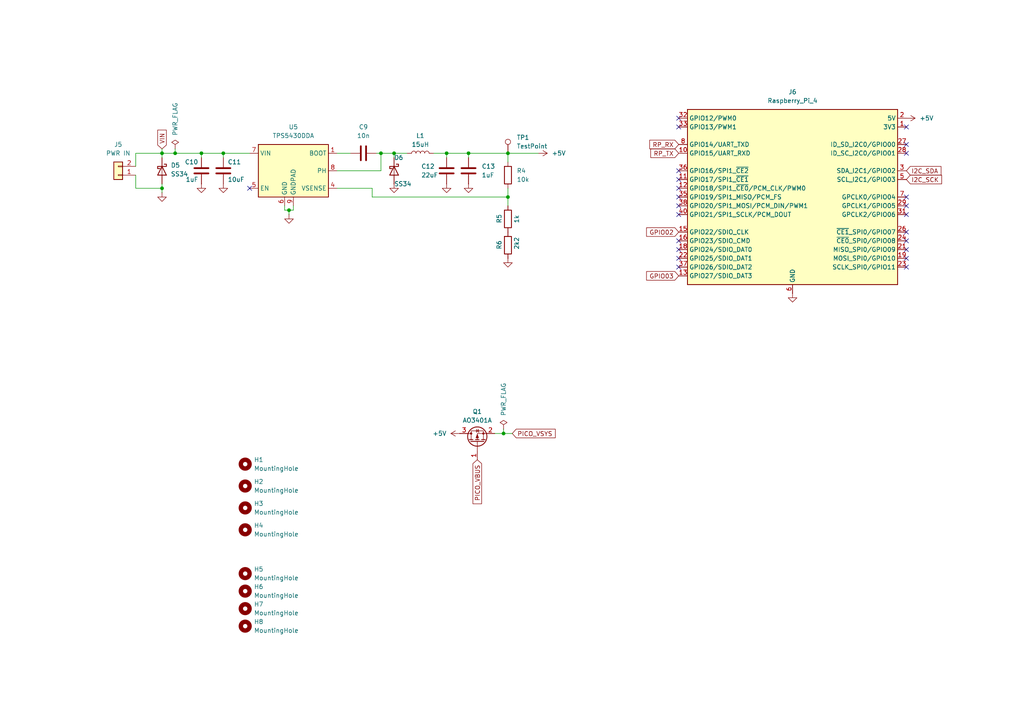
<source format=kicad_sch>
(kicad_sch (version 20250114) (generator "eeschema") (generator_version "9.0")
  (paper "A4")
  (lib_symbols
    (symbol "Connector:Raspberry_Pi_4"
      (property "Reference" "J" (at -17.526 48.768 0))
      (property "Value" "Raspberry_Pi_4" (at 15.748 -26.416 0))
      (symbol "Raspberry_Pi_4_0_1"
        (rectangle (start -30.48 25.4) (end 30.48 -25.4) (stroke (width 0.254)) (fill (type background)))
      )
      (symbol "Raspberry_Pi_4_1_1"
        (pin bidirectional line (at -33.02 22.86 0) (length 2.54) (name "GPIO12/PWM0") (number "32"))
        (pin bidirectional line (at -33.02 20.32 0) (length 2.54) (name "GPIO13/PWM1") (number "33"))
        (pin bidirectional line (at -33.02 15.24 0) (length 2.54) (name "GPIO14/UART_TXD") (number "8"))
        (pin bidirectional line (at -33.02 12.7 0) (length 2.54) (name "GPIO15/UART_RXD") (number "10"))
        (pin bidirectional line (at -33.02 7.62 0) (length 2.54) (name "GPIO16/SPI1_~{CE2}") (number "36"))
        (pin bidirectional line (at -33.02 5.08 0) (length 2.54) (name "GPIO17/SPI1_~{CE1}") (number "11"))
        (pin bidirectional line (at -33.02 2.54 0) (length 2.54) (name "GPIO18/SPI1_~{CE0}/PCM_CLK/PWM0") (number "12"))
        (pin bidirectional line (at -33.02 0 0) (length 2.54) (name "GPIO19/SPI1_MISO/PCM_FS") (number "35"))
        (pin bidirectional line (at -33.02 -2.54 0) (length 2.54) (name "GPIO20/SPI1_MOSI/PCM_DIN/PWM1") (number "38"))
        (pin bidirectional line (at -33.02 -5.08 0) (length 2.54) (name "GPIO21/SPI1_SCLK/PCM_DOUT") (number "40"))
        (pin bidirectional line (at -33.02 -10.16 0) (length 2.54) (name "GPIO22/SDIO_CLK") (number "15"))
        (pin bidirectional line (at -33.02 -12.7 0) (length 2.54) (name "GPIO23/SDIO_CMD") (number "16"))
        (pin bidirectional line (at -33.02 -15.24 0) (length 2.54) (name "GPIO24/SDIO_DAT0") (number "18"))
        (pin bidirectional line (at -33.02 -17.78 0) (length 2.54) (name "GPIO25/SDIO_DAT1") (number "22"))
        (pin bidirectional line (at -33.02 -20.32 0) (length 2.54) (name "GPIO26/SDIO_DAT2") (number "37"))
        (pin bidirectional line (at -33.02 -22.86 0) (length 2.54) (name "GPIO27/SDIO_DAT3") (number "13"))
        (pin passive line (at 0 -27.94 90) (length 2.54) (hide yes) (name "GND") (number "14"))
        (pin passive line (at 0 -27.94 90) (length 2.54) (hide yes) (name "GND") (number "20"))
        (pin passive line (at 0 -27.94 90) (length 2.54) (hide yes) (name "GND") (number "25"))
        (pin passive line (at 0 -27.94 90) (length 2.54) (hide yes) (name "GND") (number "30"))
        (pin passive line (at 0 -27.94 90) (length 2.54) (hide yes) (name "GND") (number "34"))
        (pin passive line (at 0 -27.94 90) (length 2.54) (hide yes) (name "GND") (number "39"))
        (pin power_out line (at 0 -27.94 90) (length 2.54) (name "GND") (number "6"))
        (pin passive line (at 0 -27.94 90) (length 2.54) (hide yes) (name "GND") (number "9"))
        (pin power_out line (at 33.02 22.86 180) (length 2.54) (name "5V") (number "2"))
        (pin passive line (at 33.02 22.86 180) (length 2.54) (hide yes) (name "5V") (number "4"))
        (pin power_out line (at 33.02 20.32 180) (length 2.54) (name "3V3") (number "1"))
        (pin passive line (at 33.02 20.32 180) (length 2.54) (hide yes) (name "3V3") (number "17"))
        (pin bidirectional line (at 33.02 15.24 180) (length 2.54) (name "ID_SD_I2C0/GPIO00") (number "27"))
        (pin bidirectional line (at 33.02 12.7 180) (length 2.54) (name "ID_SC_I2C0/GPIO01") (number "28"))
        (pin bidirectional line (at 33.02 7.62 180) (length 2.54) (name "SDA_I2C1/GPIO02") (number "3"))
        (pin bidirectional line (at 33.02 5.08 180) (length 2.54) (name "SCL_I2C1/GPIO03") (number "5"))
        (pin bidirectional line (at 33.02 0 180) (length 2.54) (name "GPCLK0/GPIO04") (number "7"))
        (pin bidirectional line (at 33.02 -2.54 180) (length 2.54) (name "GPCLK1/GPIO05") (number "29"))
        (pin bidirectional line (at 33.02 -5.08 180) (length 2.54) (name "GPCLK2/GPIO06") (number "31"))
        (pin bidirectional line (at 33.02 -10.16 180) (length 2.54) (name "~{CE1}_SPI0/GPIO07") (number "26"))
        (pin bidirectional line (at 33.02 -12.7 180) (length 2.54) (name "~{CE0}_SPI0/GPIO08") (number "24"))
        (pin bidirectional line (at 33.02 -15.24 180) (length 2.54) (name "MISO_SPI0/GPIO09") (number "21"))
        (pin bidirectional line (at 33.02 -17.78 180) (length 2.54) (name "MOSI_SPI0/GPIO10") (number "19"))
        (pin bidirectional line (at 33.02 -20.32 180) (length 2.54) (name "SCLK_SPI0/GPIO11") (number "23"))
      )
    )
    (symbol "Connector:TestPoint" (pin_numbers (hide yes)) (pin_names (offset 0.762) (hide yes))
      (property "Reference" "TP" (at 0 6.858 0))
      (property "Value" "TestPoint" (at 0 5.08 0))
      (symbol "TestPoint_0_1"
        (circle (center 0 3.302) (radius 0.762))
      )
      (symbol "TestPoint_1_1"
        (pin passive line (at 0 0 90) (length 2.54) (name "1") (number "1"))
      )
    )
    (symbol "Connector_Generic:Conn_01x02" (pin_names (offset 1.016) (hide yes))
      (property "Reference" "J" (at 0 2.54 0))
      (property "Value" "Conn_01x02" (at 0 -5.08 0))
      (symbol "Conn_01x02_1_1"
        (rectangle (start -1.27 1.27) (end 1.27 -3.81) (stroke (width 0.254)) (fill (type background)))
        (rectangle (start -1.27 0.127) (end 0 -0.127) (stroke (width 0.1524)))
        (rectangle (start -1.27 -2.413) (end 0 -2.667) (stroke (width 0.1524)))
        (pin passive line (at -5.08 0 0) (length 3.81) (name "Pin_1") (number "1"))
        (pin passive line (at -5.08 -2.54 0) (length 3.81) (name "Pin_2") (number "2"))
      )
    )
    (symbol "Device:C" (pin_numbers (hide yes)) (pin_names (offset 0.254))
      (property "Reference" "C" (at 0.635 2.54 0))
      (property "Value" "C" (at 0.635 -2.54 0))
      (symbol "C_0_1"
        (polyline (pts (xy -2.032 0.762) (xy 2.032 0.762)) (stroke (width 0.508)))
        (polyline (pts (xy -2.032 -0.762) (xy 2.032 -0.762)) (stroke (width 0.508)))
      )
      (symbol "C_1_1"
        (pin passive line (at 0 3.81 270) (length 2.794) (name "~") (number "1"))
        (pin passive line (at 0 -3.81 90) (length 2.794) (name "~") (number "2"))
      )
    )
    (symbol "Device:D_Schottky" (pin_numbers (hide yes)) (pin_names (offset 1.016) (hide yes))
      (property "Reference" "D" (at 0 2.54 0))
      (property "Value" "D_Schottky" (at 0 -2.54 0))
      (symbol "D_Schottky_0_1"
        (polyline (pts (xy -1.905 0.635) (xy -1.905 1.27) (xy -1.27 1.27) (xy -1.27 -1.27) (xy -0.635 -1.27) (xy -0.635 -0.635)) (stroke (width 0.254)))
        (polyline (pts (xy 1.27 1.27) (xy 1.27 -1.27) (xy -1.27 0) (xy 1.27 1.27)) (stroke (width 0.254)))
        (polyline (pts (xy 1.27 0) (xy -1.27 0)))
      )
      (symbol "D_Schottky_1_1"
        (pin passive line (at -3.81 0 0) (length 2.54) (name "K") (number "1"))
        (pin passive line (at 3.81 0 180) (length 2.54) (name "A") (number "2"))
      )
    )
    (symbol "Device:L" (pin_numbers (hide yes)) (pin_names (offset 1.016) (hide yes))
      (property "Reference" "L" (at -1.27 0 90))
      (property "Value" "L" (at 1.905 0 90))
      (symbol "L_0_1"
        (arc (start 0 2.54) (mid 0.6323 1.905) (end 0 1.27))
        (arc (start 0 1.27) (mid 0.6323 0.635) (end 0 0))
        (arc (start 0 0) (mid 0.6323 -0.635) (end 0 -1.27))
        (arc (start 0 -1.27) (mid 0.6323 -1.905) (end 0 -2.54))
      )
      (symbol "L_1_1"
        (pin passive line (at 0 3.81 270) (length 1.27) (name "1") (number "1"))
        (pin passive line (at 0 -3.81 90) (length 1.27) (name "2") (number "2"))
      )
    )
    (symbol "Device:R" (pin_numbers (hide yes)) (pin_names (offset 0))
      (property "Reference" "R" (at 2.032 0 90))
      (property "Value" "R" (at 0 0 90))
      (symbol "R_0_1"
        (rectangle (start -1.016 -2.54) (end 1.016 2.54) (stroke (width 0.254)))
      )
      (symbol "R_1_1"
        (pin passive line (at 0 3.81 270) (length 1.27) (name "~") (number "1"))
        (pin passive line (at 0 -3.81 90) (length 1.27) (name "~") (number "2"))
      )
    )
    (symbol "Mechanical:MountingHole" (pin_names (offset 1.016)) (in_bom no)
      (property "Reference" "H" (at 0 5.08 0))
      (property "Value" "MountingHole" (at 0 3.175 0))
      (symbol "MountingHole_0_1"
        (circle (center 0 0) (radius 1.27) (stroke (width 1.27)))
      )
    )
    (symbol "Regulator_Switching:TPS5430DDA"
      (property "Reference" "U" (at -10.16 8.89 0))
      (property "Value" "TPS5430DDA" (at -1.27 8.89 0))
      (symbol "TPS5430DDA_0_1"
        (rectangle (start -10.16 7.62) (end 10.16 -7.62) (stroke (width 0.254)) (fill (type background)))
      )
      (symbol "TPS5430DDA_1_1"
        (pin power_in line (at -12.7 5.08 0) (length 2.54) (name "VIN") (number "7"))
        (pin input line (at -12.7 -5.08 0) (length 2.54) (name "EN") (number "5"))
        (pin no_connect line (at -10.16 2.54 0) (length 2.54) (hide yes) (name "NC") (number "2"))
        (pin no_connect line (at -10.16 -2.54 0) (length 2.54) (hide yes) (name "NC") (number "3"))
        (pin power_in line (at -2.54 -10.16 90) (length 2.54) (name "GND") (number "6"))
        (pin power_in line (at 0 -10.16 90) (length 2.54) (name "GNDPAD") (number "9"))
        (pin input line (at 12.7 5.08 180) (length 2.54) (name "BOOT") (number "1"))
        (pin output line (at 12.7 0 180) (length 2.54) (name "PH") (number "8"))
        (pin input line (at 12.7 -5.08 180) (length 2.54) (name "VSENSE") (number "4"))
      )
    )
    (symbol "Transistor_FET:AO3401A" (pin_names (hide yes))
      (property "Reference" "Q" (at 5.08 1.905 0))
      (property "Value" "AO3401A" (at 5.08 0 0))
      (symbol "AO3401A_0_1"
        (polyline (pts (xy 0.254 1.905) (xy 0.254 -1.905)) (stroke (width 0.254)))
        (polyline (pts (xy 0.254 0) (xy -2.54 0)))
        (polyline (pts (xy 0.762 2.286) (xy 0.762 1.27)) (stroke (width 0.254)))
        (polyline (pts (xy 0.762 1.778) (xy 3.302 1.778) (xy 3.302 -1.778) (xy 0.762 -1.778)))
        (polyline (pts (xy 0.762 0.508) (xy 0.762 -0.508)) (stroke (width 0.254)))
        (polyline (pts (xy 0.762 -1.27) (xy 0.762 -2.286)) (stroke (width 0.254)))
        (circle (center 1.651 0) (radius 2.794) (stroke (width 0.254)))
        (polyline (pts (xy 2.286 0) (xy 1.27 0.381) (xy 1.27 -0.381) (xy 2.286 0)) (fill (type outline)))
        (polyline (pts (xy 2.54 2.54) (xy 2.54 1.778)))
        (circle (center 2.54 1.778) (radius 0.254) (fill (type outline)))
        (circle (center 2.54 -1.778) (radius 0.254) (fill (type outline)))
        (polyline (pts (xy 2.54 -2.54) (xy 2.54 0) (xy 0.762 0)))
        (polyline (pts (xy 2.794 -0.508) (xy 2.921 -0.381) (xy 3.683 -0.381) (xy 3.81 -0.254)))
        (polyline (pts (xy 3.302 -0.381) (xy 2.921 0.254) (xy 3.683 0.254) (xy 3.302 -0.381)))
      )
      (symbol "AO3401A_1_1"
        (pin input line (at -5.08 0 0) (length 2.54) (name "G") (number "1"))
        (pin passive line (at 2.54 5.08 270) (length 2.54) (name "D") (number "3"))
        (pin passive line (at 2.54 -5.08 90) (length 2.54) (name "S") (number "2"))
      )
    )
    (symbol "power:+5V" (power) (pin_numbers (hide yes)) (pin_names (offset 0) (hide yes))
      (property "Value" "+5V" (at 0 3.556 0))
      (symbol "+5V_0_1"
        (polyline (pts (xy -0.762 1.27) (xy 0 2.54)))
        (polyline (pts (xy 0 2.54) (xy 0.762 1.27)))
        (polyline (pts (xy 0 0) (xy 0 2.54)))
      )
      (symbol "+5V_1_1"
        (pin power_in line (at 0 0 90) (length 0) (name "~") (number "1"))
      )
    )
    (symbol "power:GND" (power) (pin_numbers (hide yes)) (pin_names (offset 0) (hide yes))
      (property "Value" "GND" (at 0 -3.81 0))
      (symbol "GND_0_1"
        (polyline (pts (xy 0 0) (xy 0 -1.27) (xy 1.27 -1.27) (xy 0 -2.54) (xy -1.27 -1.27) (xy 0 -1.27)))
      )
      (symbol "GND_1_1"
        (pin power_in line (at 0 0 270) (length 0) (name "~") (number "1"))
      )
    )
    (symbol "power:PWR_FLAG" (power) (pin_numbers (hide yes)) (pin_names (offset 0) (hide yes))
      (property "Value" "PWR_FLAG" (at 0 3.81 0))
      (symbol "PWR_FLAG_0_0"
        (pin power_out line (at 0 0 90) (length 0) (name "~") (number "1"))
      )
      (symbol "PWR_FLAG_0_1"
        (polyline (pts (xy 0 0) (xy 0 1.27) (xy -1.016 1.905) (xy 0 2.54) (xy 1.016 1.905) (xy 0 1.27)))
      )
    )
  )
  (junction (at 46.99 44.45))
  (junction (at 58.42 44.45))
  (junction (at 64.77 44.45))
  (junction (at 147.32 44.45))
  (junction (at 146.05 125.73))
  (junction (at 129.54 44.45))
  (junction (at 147.32 57.15))
  (junction (at 50.8 44.45))
  (junction (at 135.89 44.45))
  (junction (at 46.99 54.61))
  (junction (at 114.3 44.45))
  (junction (at 83.82 60.96))
  (junction (at 110.49 44.45))
  (no_connect (at 196.85 54.61))
  (no_connect (at 196.85 62.23))
  (no_connect (at 196.85 49.53))
  (no_connect (at 262.89 57.15))
  (no_connect (at 72.39 54.61))
  (no_connect (at 262.89 74.93))
  (no_connect (at 262.89 41.91))
  (no_connect (at 196.85 59.69))
  (no_connect (at 196.85 72.39))
  (no_connect (at 262.89 44.45))
  (no_connect (at 262.89 77.47))
  (no_connect (at 196.85 34.29))
  (no_connect (at 196.85 69.85))
  (no_connect (at 196.85 77.47))
  (no_connect (at 262.89 72.39))
  (no_connect (at 262.89 59.69))
  (no_connect (at 196.85 52.07))
  (no_connect (at 196.85 36.83))
  (no_connect (at 196.85 57.15))
  (no_connect (at 196.85 74.93))
  (no_connect (at 262.89 36.83))
  (no_connect (at 262.89 69.85))
  (no_connect (at 262.89 67.31))
  (no_connect (at 262.89 62.23))
  (wire (pts (xy 147.32 44.45) (xy 147.32 46.99)))
  (wire (pts (xy 97.79 54.61) (xy 107.95 54.61)))
  (wire (pts (xy 146.05 125.73) (xy 148.59 125.73)))
  (wire (pts (xy 146.05 124.46) (xy 146.05 125.73)))
  (wire (pts (xy 129.54 44.45) (xy 129.54 45.72)))
  (wire (pts (xy 109.22 44.45) (xy 110.49 44.45)))
  (wire (pts (xy 58.42 44.45) (xy 58.42 45.72)))
  (wire (pts (xy 46.99 54.61) (xy 46.99 55.88)))
  (wire (pts (xy 39.37 48.26) (xy 39.37 44.45)))
  (wire (pts (xy 46.99 44.45) (xy 46.99 43.18)))
  (wire (pts (xy 125.73 44.45) (xy 129.54 44.45)))
  (wire (pts (xy 64.77 44.45) (xy 64.77 45.72)))
  (wire (pts (xy 147.32 57.15) (xy 147.32 59.69)))
  (wire (pts (xy 50.8 44.45) (xy 58.42 44.45)))
  (wire (pts (xy 46.99 44.45) (xy 50.8 44.45)))
  (wire (pts (xy 39.37 54.61) (xy 46.99 54.61)))
  (wire (pts (xy 83.82 60.96) (xy 85.09 60.96)))
  (wire (pts (xy 72.39 44.45) (xy 64.77 44.45)))
  (wire (pts (xy 143.51 125.73) (xy 146.05 125.73)))
  (wire (pts (xy 82.55 59.69) (xy 82.55 60.96)))
  (wire (pts (xy 58.42 44.45) (xy 64.77 44.45)))
  (wire (pts (xy 129.54 44.45) (xy 135.89 44.45)))
  (wire (pts (xy 85.09 59.69) (xy 85.09 60.96)))
  (wire (pts (xy 147.32 57.15) (xy 147.32 54.61)))
  (wire (pts (xy 39.37 50.8) (xy 39.37 54.61)))
  (wire (pts (xy 135.89 44.45) (xy 135.89 45.72)))
  (wire (pts (xy 97.79 44.45) (xy 101.6 44.45)))
  (wire (pts (xy 135.89 44.45) (xy 147.32 44.45)))
  (wire (pts (xy 82.55 60.96) (xy 83.82 60.96)))
  (wire (pts (xy 107.95 57.15) (xy 147.32 57.15)))
  (wire (pts (xy 110.49 44.45) (xy 110.49 49.53)))
  (wire (pts (xy 114.3 44.45) (xy 114.3 45.72)))
  (wire (pts (xy 83.82 60.96) (xy 83.82 62.23)))
  (wire (pts (xy 110.49 44.45) (xy 114.3 44.45)))
  (wire (pts (xy 50.8 43.18) (xy 50.8 44.45)))
  (wire (pts (xy 147.32 44.45) (xy 156.21 44.45)))
  (wire (pts (xy 46.99 54.61) (xy 46.99 53.34)))
  (wire (pts (xy 114.3 44.45) (xy 118.11 44.45)))
  (wire (pts (xy 107.95 54.61) (xy 107.95 57.15)))
  (wire (pts (xy 46.99 44.45) (xy 46.99 45.72)))
  (wire (pts (xy 39.37 44.45) (xy 46.99 44.45)))
  (wire (pts (xy 97.79 49.53) (xy 110.49 49.53)))
  (global_label "RP_RX" (shape input) (at 196.85 41.91 180) (property "Intersheetrefs" "${INTERSHEET_REFS}" (effects (hide yes))))
  (global_label "I2C_SCK" (shape input) (at 262.89 52.07 0) (property "Intersheetrefs" "${INTERSHEET_REFS}" (effects (hide yes))))
  (global_label "I2C_SDA" (shape input) (at 262.89 49.53 0) (property "Intersheetrefs" "${INTERSHEET_REFS}" (effects (hide yes))))
  (global_label "RP_TX" (shape input) (at 196.85 44.45 180) (property "Intersheetrefs" "${INTERSHEET_REFS}" (effects (hide yes))))
  (global_label "GPIO03" (shape input) (at 196.85 80.01 180) (property "Intersheetrefs" "${INTERSHEET_REFS}" (effects (hide yes))))
  (global_label "PICO_VSYS" (shape input) (at 148.59 125.73 0) (property "Intersheetrefs" "${INTERSHEET_REFS}" (effects (hide yes))))
  (global_label "PICO_VBUS" (shape input) (at 138.43 133.35 270) (property "Intersheetrefs" "${INTERSHEET_REFS}" (effects (hide yes))))
  (global_label "VIN" (shape input) (at 46.99 43.18 90) (property "Intersheetrefs" "${INTERSHEET_REFS}" (effects (hide yes))))
  (global_label "GPIO02" (shape input) (at 196.85 67.31 180) (property "Intersheetrefs" "${INTERSHEET_REFS}" (effects (hide yes))))
  (symbol (lib_id "Device:C") (at 135.89 49.53 0) (unit 1)
    (property "Reference" "C13" (at 139.7 48.2599 0) (effects (justify left)))
    (property "Value" "1uF" (at 139.7 50.7999 0) (effects (justify left)))
    (property "Footprint" "Capacitor_SMD:C_0805_2012Metric" (effects (hide yes)))
    (property "Description" "Unpolarized capacitor" (effects (hide yes)))
    (property "LCSC Part" "C28323" (effects (hide yes)))
  )
  (symbol (lib_id "power:GND") (at 64.77 53.34 0) (unit 1)
    (property "Reference" "#PWR049" (effects (hide yes)))
    (property "Value" "GND" (effects (hide yes)))
    (property "Description" "Power symbol creates a global label with name \"GND\" , ground" (effects (hide yes)))
  )
  (symbol (lib_id "power:GND") (at 114.3 53.34 0) (unit 1)
    (property "Reference" "#PWR050" (effects (hide yes)))
    (property "Value" "GND" (effects (hide yes)))
    (property "Description" "Power symbol creates a global label with name \"GND\" , ground" (effects (hide yes)))
  )
  (symbol (lib_id "power:GND") (at 135.89 53.34 0) (unit 1)
    (property "Reference" "#PWR052" (effects (hide yes)))
    (property "Value" "GND" (effects (hide yes)))
    (property "Description" "Power symbol creates a global label with name \"GND\" , ground" (effects (hide yes)))
  )
  (symbol (lib_id "Device:C") (at 129.54 49.53 0) (unit 1)
    (property "Reference" "C12" (at 122.174 48.26 0) (effects (justify left)))
    (property "Value" "22uF" (at 122.174 50.8 0) (effects (justify left)))
    (property "Footprint" "Capacitor_SMD:C_0805_2012Metric" (effects (hide yes)))
    (property "Description" "Unpolarized capacitor" (effects (hide yes)))
    (property "LCSC Part" "C45783" (effects (hide yes)))
  )
  (symbol (lib_id "power:+5V") (at 156.21 44.45 270) (unit 1)
    (property "Reference" "#PWR047" (effects (hide yes)))
    (property "Value" "+5V" (at 160.02 44.4499 90) (effects (justify left)))
    (property "Description" "Power symbol creates a global label with name \"+5V\"" (effects (hide yes)))
  )
  (symbol (lib_id "Mechanical:MountingHole") (at 71.12 134.62 0) (unit 1) (in_bom no)
    (property "Reference" "H1" (at 73.66 133.3499 0) (effects (justify left)))
    (property "Value" "MountingHole" (at 73.66 135.8899 0) (effects (justify left)))
    (property "Footprint" "MountingHole:MountingHole_2.7mm" (effects (hide yes)))
    (property "Description" "Mounting Hole without connection" (effects (hide yes)))
  )
  (symbol (lib_id "Device:C") (at 64.77 49.53 0) (unit 1)
    (property "Reference" "C11" (at 66.04 46.99 0) (effects (justify left)))
    (property "Value" "10uF" (at 66.04 52.07 0) (effects (justify left)))
    (property "Footprint" "Capacitor_SMD:C_0805_2012Metric" (effects (hide yes)))
    (property "Description" "Unpolarized capacitor" (effects (hide yes)))
    (property "LCSC Part" "C440198" (effects (hide yes)))
  )
  (symbol (lib_id "Mechanical:MountingHole") (at 71.12 171.45 0) (unit 1) (in_bom no)
    (property "Reference" "H6" (at 73.66 170.1799 0) (effects (justify left)))
    (property "Value" "MountingHole" (at 73.66 172.7199 0) (effects (justify left)))
    (property "Footprint" "MountingHole:MountingHole_2.2mm_M2" (effects (hide yes)))
    (property "Description" "Mounting Hole without connection" (effects (hide yes)))
  )
  (symbol (lib_id "Device:C") (at 58.42 49.53 0) (unit 1)
    (property "Reference" "C10" (at 53.594 46.99 0) (effects (justify left)))
    (property "Value" "1uF" (at 53.848 52.07 0) (effects (justify left)))
    (property "Footprint" "Capacitor_SMD:C_0805_2012Metric" (effects (hide yes)))
    (property "Description" "Unpolarized capacitor" (effects (hide yes)))
    (property "LCSC Part" "C28323" (effects (hide yes)))
  )
  (symbol (lib_id "Device:R") (at 147.32 63.5 0) (unit 1)
    (property "Reference" "R5" (at 144.78 64.77 90) (effects (justify left)))
    (property "Value" "1k" (at 149.86 64.77 90) (effects (justify left)))
    (property "Footprint" "Resistor_SMD:R_0402_1005Metric" (effects (hide yes)))
    (property "Description" "Resistor" (effects (hide yes)))
    (property "LCSC Part" "C11702" (effects (hide yes)))
  )
  (symbol (lib_id "Connector_Generic:Conn_01x02") (at 34.29 50.8 180) (unit 1) (in_bom no)
    (property "Reference" "J5" (at 34.29 41.91 0))
    (property "Value" "PWR IN" (at 34.29 44.45 0))
    (property "Footprint" "Connector_AMASS:AMASS_XT30U-M_1x02_P5.0mm_Vertical" (effects (hide yes)))
    (property "Description" "Generic connector, single row, 01x02, script generated (kicad-library-utils/schlib/autogen/connector/)" (effects (hide yes)))
  )
  (symbol (lib_id "Device:C") (at 105.41 44.45 90) (unit 1)
    (property "Reference" "C9" (at 105.41 36.83 90))
    (property "Value" "10n" (at 105.41 39.37 90))
    (property "Footprint" "Capacitor_SMD:C_0402_1005Metric" (effects (hide yes)))
    (property "Description" "Unpolarized capacitor" (effects (hide yes)))
    (property "LCSC Part" "C15195" (effects (hide yes)))
  )
  (symbol (lib_id "power:+5V") (at 262.89 34.29 270) (unit 1)
    (property "Reference" "#PWR043" (effects (hide yes)))
    (property "Value" "+5V" (at 266.7 34.2899 90) (effects (justify left)))
    (property "Description" "Power symbol creates a global label with name \"+5V\"" (effects (hide yes)))
  )
  (symbol (lib_id "Regulator_Switching:TPS5430DDA") (at 85.09 49.53 0) (unit 1)
    (property "Reference" "U5" (at 85.09 36.83 0))
    (property "Value" "TPS5430DDA" (at 85.09 39.37 0))
    (property "Footprint" "Package_SO:TI_SO-PowerPAD-8_ThermalVias" (effects (hide yes)))
    (property "Datasheet" "http://www.ti.com/lit/ds/symlink/tps5430.pdf" (effects (hide yes)))
    (property "Description" "3A, Step Down Swift Converter, Adjustable Output Voltage, 5.5-36V Input Voltage, PowerSO-8" (effects (hide yes)))
    (property "LCSC Part" "C9864" (effects (hide yes)))
  )
  (symbol (lib_id "Mechanical:MountingHole") (at 71.12 147.32 0) (unit 1) (in_bom no)
    (property "Reference" "H3" (at 73.66 146.0499 0) (effects (justify left)))
    (property "Value" "MountingHole" (at 73.66 148.5899 0) (effects (justify left)))
    (property "Footprint" "MountingHole:MountingHole_2.7mm" (effects (hide yes)))
    (property "Description" "Mounting Hole without connection" (effects (hide yes)))
  )
  (symbol (lib_id "Mechanical:MountingHole") (at 71.12 181.61 0) (unit 1) (in_bom no)
    (property "Reference" "H8" (at 73.66 180.3399 0) (effects (justify left)))
    (property "Value" "MountingHole" (at 73.66 182.8799 0) (effects (justify left)))
    (property "Footprint" "MountingHole:MountingHole_2.2mm_M2" (effects (hide yes)))
    (property "Description" "Mounting Hole without connection" (effects (hide yes)))
  )
  (symbol (lib_id "Device:D_Schottky") (at 114.3 49.53 270) (unit 1)
    (property "Reference" "D6" (at 114.3 45.72 90) (effects (justify left)))
    (property "Value" "SS34" (at 114.3 53.34 90) (effects (justify left)))
    (property "Footprint" "Diode_SMD:D_SMA" (effects (hide yes)))
    (property "Description" "Schottky diode" (effects (hide yes)))
    (property "LCSC Part" "C8678" (effects (hide yes)))
  )
  (symbol (lib_id "Device:D_Schottky") (at 46.99 49.53 270) (unit 1)
    (property "Reference" "D5" (at 49.53 47.9425 90) (effects (justify left)))
    (property "Value" "SS34" (at 49.53 50.4825 90) (effects (justify left)))
    (property "Footprint" "Diode_SMD:D_SMA" (effects (hide yes)))
    (property "Description" "Schottky diode" (effects (hide yes)))
    (property "LCSC Part" "C8678" (effects (hide yes)))
  )
  (symbol (lib_id "power:GND") (at 147.32 74.93 0) (unit 1)
    (property "Reference" "#PWR055" (effects (hide yes)))
    (property "Value" "GND" (effects (hide yes)))
    (property "Description" "Power symbol creates a global label with name \"GND\" , ground" (effects (hide yes)))
  )
  (symbol (lib_id "Mechanical:MountingHole") (at 71.12 166.37 0) (unit 1) (in_bom no)
    (property "Reference" "H5" (at 73.66 165.0999 0) (effects (justify left)))
    (property "Value" "MountingHole" (at 73.66 167.6399 0) (effects (justify left)))
    (property "Footprint" "MountingHole:MountingHole_2.2mm_M2" (effects (hide yes)))
    (property "Description" "Mounting Hole without connection" (effects (hide yes)))
  )
  (symbol (lib_id "power:GND") (at 229.87 85.09 0) (unit 1)
    (property "Reference" "#PWR054" (effects (hide yes)))
    (property "Value" "GND" (effects (hide yes)))
    (property "Description" "Power symbol creates a global label with name \"GND\" , ground" (effects (hide yes)))
  )
  (symbol (lib_id "power:PWR_FLAG") (at 146.05 124.46 0) (unit 1)
    (property "Reference" "#FLG02" (effects (hide yes)))
    (property "Value" "PWR_FLAG" (at 146.05 115.824 90))
    (property "Description" "Special symbol for telling ERC where power comes from" (effects (hide yes)))
  )
  (symbol (lib_id "Mechanical:MountingHole") (at 71.12 176.53 0) (unit 1) (in_bom no)
    (property "Reference" "H7" (at 73.66 175.2599 0) (effects (justify left)))
    (property "Value" "MountingHole" (at 73.66 177.7999 0) (effects (justify left)))
    (property "Footprint" "MountingHole:MountingHole_2.2mm_M2" (effects (hide yes)))
    (property "Description" "Mounting Hole without connection" (effects (hide yes)))
  )
  (symbol (lib_id "Mechanical:MountingHole") (at 71.12 140.97 0) (unit 1) (in_bom no)
    (property "Reference" "H2" (at 73.66 139.6999 0) (effects (justify left)))
    (property "Value" "MountingHole" (at 73.66 142.2399 0) (effects (justify left)))
    (property "Footprint" "MountingHole:MountingHole_2.7mm" (effects (hide yes)))
    (property "Description" "Mounting Hole without connection" (effects (hide yes)))
  )
  (symbol (lib_id "Mechanical:MountingHole") (at 71.12 153.67 0) (unit 1) (in_bom no)
    (property "Reference" "H4" (at 73.66 152.3999 0) (effects (justify left)))
    (property "Value" "MountingHole" (at 73.66 154.9399 0) (effects (justify left)))
    (property "Footprint" "MountingHole:MountingHole_2.7mm" (effects (hide yes)))
    (property "Description" "Mounting Hole without connection" (effects (hide yes)))
  )
  (symbol (lib_id "Transistor_FET:AO3401A") (at 138.43 128.27 90) (unit 1)
    (property "Reference" "Q1" (at 138.43 119.38 90))
    (property "Value" "AO3401A" (at 138.43 121.92 90))
    (property "Footprint" "Package_TO_SOT_SMD:SOT-23" (effects (hide yes)))
    (property "Datasheet" "http://www.aosmd.com/pdfs/datasheet/AO3401A.pdf" (effects (hide yes)))
    (property "Description" "-4.0A Id, -30V Vds, P-Channel MOSFET, SOT-23" (effects (hide yes)))
    (property "LCSC Part" "C15127" (effects (hide yes)))
  )
  (symbol (lib_id "Connector:TestPoint") (at 147.32 44.45 0) (unit 1) (in_bom no)
    (property "Reference" "TP1" (at 149.86 39.8779 0) (effects (justify left)))
    (property "Value" "TestPoint" (at 149.86 42.4179 0) (effects (justify left)))
    (property "Footprint" "TestPoint:TestPoint_Pad_D1.0mm" (effects (hide yes)))
    (property "Description" "test point" (effects (hide yes)))
  )
  (symbol (lib_id "power:GND") (at 58.42 53.34 0) (unit 1)
    (property "Reference" "#PWR048" (effects (hide yes)))
    (property "Value" "GND" (effects (hide yes)))
    (property "Description" "Power symbol creates a global label with name \"GND\" , ground" (effects (hide yes)))
  )
  (symbol (lib_id "power:GND") (at 83.82 62.23 0) (unit 1)
    (property "Reference" "#PWR053" (effects (hide yes)))
    (property "Value" "GND" (effects (hide yes)))
    (property "Description" "Power symbol creates a global label with name \"GND\" , ground" (effects (hide yes)))
  )
  (symbol (lib_id "Device:R") (at 147.32 71.12 0) (unit 1)
    (property "Reference" "R6" (at 144.78 72.39 90) (effects (justify left)))
    (property "Value" "2k2" (at 149.86 72.39 90) (effects (justify left)))
    (property "Footprint" "Resistor_SMD:R_0402_1005Metric" (effects (hide yes)))
    (property "Description" "Resistor" (effects (hide yes)))
    (property "LCSC Part" "C25879" (effects (hide yes)))
  )
  (symbol (lib_id "Connector:Raspberry_Pi_4") (at 229.87 57.15 0) (unit 1) (in_bom no)
    (property "Reference" "J6" (at 229.87 26.67 0))
    (property "Value" "Raspberry_Pi_4" (at 229.87 29.21 0))
    (property "Footprint" "Connector_PinSocket_2.54mm:PinSocket_2x10_P2.54mm_Vertical" (effects (hide yes)))
    (property "Datasheet" "https://datasheets.raspberrypi.com/rpi4/raspberry-pi-4-datasheet.pdf" (effects (hide yes)))
    (property "Description" "Raspberry Pi 4 Model B" (effects (hide yes)))
  )
  (symbol (lib_id "power:GND") (at 129.54 53.34 0) (unit 1)
    (property "Reference" "#PWR051" (effects (hide yes)))
    (property "Value" "GND" (effects (hide yes)))
    (property "Description" "Power symbol creates a global label with name \"GND\" , ground" (effects (hide yes)))
  )
  (symbol (lib_id "Device:L") (at 121.92 44.45 90) (unit 1)
    (property "Reference" "L1" (at 121.92 39.37 90))
    (property "Value" "15uH" (at 121.92 41.91 90))
    (property "Footprint" "Inductor_SMD:L_Changjiang_FXL0630" (effects (hide yes)))
    (property "Description" "Inductor" (effects (hide yes)))
    (property "LCSC Part" "C177243" (effects (hide yes)))
  )
  (symbol (lib_id "power:GND") (at 46.99 55.88 0) (unit 1)
    (property "Reference" "#PWR045" (effects (hide yes)))
    (property "Value" "GND" (effects (hide yes)))
    (property "Description" "Power symbol creates a global label with name \"GND\" , ground" (effects (hide yes)))
  )
  (symbol (lib_id "power:PWR_FLAG") (at 50.8 43.18 0) (unit 1)
    (property "Reference" "#FLG03" (effects (hide yes)))
    (property "Value" "PWR_FLAG" (at 50.8 34.544 90))
    (property "Description" "Special symbol for telling ERC where power comes from" (effects (hide yes)))
  )
  (symbol (lib_id "power:+5V") (at 133.35 125.73 90) (unit 1)
    (property "Reference" "#PWR01" (effects (hide yes)))
    (property "Value" "+5V" (at 129.54 125.7299 90) (effects (justify left)))
    (property "Description" "Power symbol creates a global label with name \"+5V\"" (effects (hide yes)))
  )
  (symbol (lib_id "Device:R") (at 147.32 50.8 0) (unit 1)
    (property "Reference" "R4" (at 149.86 49.5299 0) (effects (justify left)))
    (property "Value" "10k" (at 149.86 52.0699 0) (effects (justify left)))
    (property "Footprint" "Resistor_SMD:R_0402_1005Metric" (effects (hide yes)))
    (property "Description" "Resistor" (effects (hide yes)))
    (property "LCSC Part" "C25744" (effects (hide yes)))
  )
)
</source>
